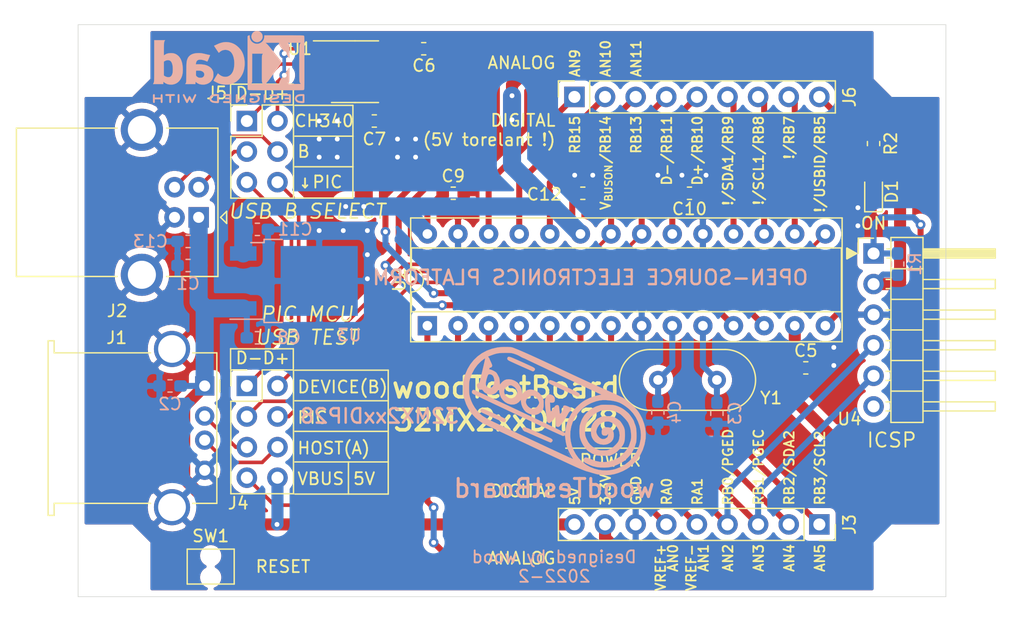
<source format=kicad_pcb>
(kicad_pcb (version 20171130) (host pcbnew "(5.1.6)-1")
  (layers (0 F.Cu signal) (31 B.Cu signal) (34 B.Paste user) (35 F.Paste user) (36 B.SilkS user) (37 F.SilkS user) (38 B.Mask user) (39 F.Mask user) (44 Edge.Cuts user))
  (net 0 "")
  (net 1 GND)
  (net 2 +5V)
  (net 3 "Net-(C3-Pad1)")
  (net 4 "Net-(C4-Pad1)")
  (net 5 +3V3)
  (net 6 "Net-(C10-Pad2)")
  (net 7 "Net-(D1-Pad2)")
  (net 8 "Net-(J1-Pad2)")
  (net 9 "Net-(J1-Pad3)")
  (net 10 "Net-(J2-Pad2)")
  (net 11 "Net-(J2-Pad3)")
  (net 12 /RA0)
  (net 13 /RA1)
  (net 14 /PGED1_RB0)
  (net 15 /PGEC1_RB1)
  (net 16 /RB2)
  (net 17 /RB3)
  (net 18 "Net-(J4-Pad1)")
  (net 19 "Net-(J4-Pad2)")
  (net 20 /D-)
  (net 21 /D+)
  (net 22 /VBUS)
  (net 23 /RB15)
  (net 24 /VBUSON_RB14)
  (net 25 /RB13)
  (net 26 /RB9)
  (net 27 /RB8)
  (net 28 /RB7)
  (net 29 /USBID_RB5)
  (net 30 /MCLR)
  (net 31 "Net-(U1-Pad4)")
  (net 32 /RX_RA4)
  (net 33 /TX_RB4)
  (net 34 "Net-(U4-Pad6)")
  (net 35 "Net-(J5-Pad1)")
  (net 36 "Net-(J5-Pad2)")
  (module Symbol:KiCad-Logo2_5mm_SilkScreen (layer B.Cu) (at 112.5 106 180)
    (fp_text reference REF** hide)
    (fp_text value KiCad-Logo2_5mm_SilkScreen hide)
  )
  (module 0_kicad_wood:logo_woodmark_15_11_mm (layer B.Cu) (at 139.5 134.5 180)
    (fp_text reference G*** hide)
    (fp_text value LOGO hide)
  )
  (module MountingHole:MountingHole_3.2mm_M3 (layer F.Cu) (at 169 105.5)
    (fp_text reference " " (at 0 -4.2) (layer F.SilkS))
    (fp_text value MountingHole_3.2mm_M3)
    (pad 1 np_thru_hole circle (at 0 0) (size 3.2 3.2) (drill 3.2) (layers *.Cu *.Mask))
  )
  (module MountingHole:MountingHole_3.2mm_M3 (layer F.Cu) (at 169 147)
    (fp_text reference " " (at 0 -4.2) (layer F.SilkS))
    (fp_text value MountingHole_3.2mm_M3)
    (pad 1 np_thru_hole circle (at 0 0) (size 3.2 3.2) (drill 3.2) (layers *.Cu *.Mask))
  )
  (module MountingHole:MountingHole_3.2mm_M3 (layer F.Cu) (at 103 147)
    (fp_text reference " " (at 0 -4.2) (layer F.SilkS))
    (fp_text value MountingHole_3.2mm_M3)
    (pad 1 np_thru_hole circle (at 0 0) (size 3.2 3.2) (drill 3.2) (layers *.Cu *.Mask))
  )
  (module MountingHole:MountingHole_3.2mm_M3 (layer F.Cu) (at 103 105.5)
    (fp_text reference " " (at 0 -4.2) (layer F.SilkS))
    (fp_text value MountingHole_3.2mm_M3)
    (pad 1 np_thru_hole circle (at 0 0) (size 3.2 3.2) (drill 3.2) (layers *.Cu *.Mask))
  )
  (module Capacitor_SMD:C_0603_1608Metric_Pad1.05x0.95mm_HandSolder (layer B.Cu) (at 109.125 122.5 180)
    (fp_text reference C1 (at 0 -1.5) (layer B.SilkS) (effects (justify mirror)))
    (fp_text value 0.1u)
    (pad 2 smd roundrect (at 0.875 0 180) (size 1.05 0.95) (layers B.Cu B.Paste B.Mask) (net 1 GND))
    (pad 1 smd roundrect (at -0.875 0 180) (size 1.05 0.95) (layers B.Cu B.Paste B.Mask) (net 2 +5V))
  )
  (module Capacitor_SMD:C_0603_1608Metric_Pad1.05x0.95mm_HandSolder (layer B.Cu) (at 107.625 132.5 180)
    (fp_text reference C2 (at 0 -1.5) (layer B.SilkS) (effects (justify mirror)))
    (fp_text value 0.1u)
    (pad 2 smd roundrect (at 0.875 0 180) (size 1.05 0.95) (layers B.Cu B.Paste B.Mask) (net 1 GND))
    (pad 1 smd roundrect (at -0.875 0 180) (size 1.05 0.95) (layers B.Cu B.Paste B.Mask) (net 2 +5V))
  )
  (module Capacitor_SMD:C_0603_1608Metric_Pad1.05x0.95mm_HandSolder (layer B.Cu) (at 153 134.775 270)
    (fp_text reference C3 (at 0 -1.5 270) (layer B.SilkS) (effects (justify mirror)))
    (fp_text value 22p)
    (pad 1 smd roundrect (at -0.875 0 270) (size 1.05 0.95) (layers B.Cu B.Paste B.Mask) (net 3 "Net-(C3-Pad1)"))
    (pad 2 smd roundrect (at 0.875 0 270) (size 1.05 0.95) (layers B.Cu B.Paste B.Mask) (net 1 GND))
  )
  (module Capacitor_SMD:C_0603_1608Metric_Pad1.05x0.95mm_HandSolder (layer B.Cu) (at 148.1 134.675 270)
    (fp_text reference C4 (at 0 -1.4 270) (layer B.SilkS) (effects (justify mirror)))
    (fp_text value 22p)
    (pad 1 smd roundrect (at -0.875 0 270) (size 1.05 0.95) (layers B.Cu B.Paste B.Mask) (net 4 "Net-(C4-Pad1)"))
    (pad 2 smd roundrect (at 0.875 0 270) (size 1.05 0.95) (layers B.Cu B.Paste B.Mask) (net 1 GND))
  )
  (module Capacitor_SMD:C_0603_1608Metric_Pad1.05x0.95mm_HandSolder (layer F.Cu) (at 160.375 131)
    (fp_text reference C5 (at 0 -1.43) (layer F.SilkS))
    (fp_text value 0.1u)
    (pad 2 smd roundrect (at 0.875 0) (size 1.05 0.95) (layers F.Cu F.Paste F.Mask) (net 1 GND))
    (pad 1 smd roundrect (at -0.875 0) (size 1.05 0.95) (layers F.Cu F.Paste F.Mask) (net 5 +3V3))
  )
  (module Capacitor_SMD:C_0603_1608Metric_Pad1.05x0.95mm_HandSolder (layer F.Cu) (at 128.675 104.5)
    (fp_text reference C6 (at 0.025 1.4) (layer F.SilkS))
    (fp_text value 0.1u)
    (pad 1 smd roundrect (at -0.875 0) (size 1.05 0.95) (layers F.Cu F.Paste F.Mask) (net 5 +3V3))
    (pad 2 smd roundrect (at 0.875 0) (size 1.05 0.95) (layers F.Cu F.Paste F.Mask) (net 1 GND))
  )
  (module Capacitor_SMD:C_0603_1608Metric_Pad1.05x0.95mm_HandSolder (layer F.Cu) (at 124.575 110.5)
    (fp_text reference C7 (at 0 1.5) (layer F.SilkS))
    (fp_text value 0.1u)
    (pad 2 smd roundrect (at 0.875 0) (size 1.05 0.95) (layers F.Cu F.Paste F.Mask) (net 1 GND))
    (pad 1 smd roundrect (at -0.875 0) (size 1.05 0.95) (layers F.Cu F.Paste F.Mask) (net 5 +3V3))
  )
  (module Capacitor_SMD:C_0603_1608Metric_Pad1.05x0.95mm_HandSolder (layer B.Cu) (at 114.875 128.5)
    (fp_text reference C8 (at 2.625 0) (layer B.SilkS) (effects (justify mirror)))
    (fp_text value 0.1u)
    (pad 1 smd roundrect (at -0.875 0) (size 1.05 0.95) (layers B.Cu B.Paste B.Mask) (net 2 +5V))
    (pad 2 smd roundrect (at 0.875 0) (size 1.05 0.95) (layers B.Cu B.Paste B.Mask) (net 1 GND))
  )
  (module Capacitor_SMD:C_0603_1608Metric_Pad1.05x0.95mm_HandSolder (layer F.Cu) (at 131.125 116.5)
    (fp_text reference C9 (at 0 -1.43) (layer F.SilkS))
    (fp_text value 0.1u)
    (pad 1 smd roundrect (at -0.875 0) (size 1.05 0.95) (layers F.Cu F.Paste F.Mask) (net 5 +3V3))
    (pad 2 smd roundrect (at 0.875 0) (size 1.05 0.95) (layers F.Cu F.Paste F.Mask) (net 1 GND))
  )
  (module Capacitor_SMD:C_0603_1608Metric_Pad1.05x0.95mm_HandSolder (layer F.Cu) (at 150.725 116.5 180)
    (fp_text reference C10 (at 0 -1.3) (layer F.SilkS))
    (fp_text value 10u)
    (pad 1 smd roundrect (at -0.875 0 180) (size 1.05 0.95) (layers F.Cu F.Paste F.Mask) (net 1 GND))
    (pad 2 smd roundrect (at 0.875 0 180) (size 1.05 0.95) (layers F.Cu F.Paste F.Mask) (net 6 "Net-(C10-Pad2)"))
  )
  (module Capacitor_SMD:C_0603_1608Metric_Pad1.05x0.95mm_HandSolder (layer B.Cu) (at 114.875 119.5)
    (fp_text reference C11 (at 3.125 0) (layer B.SilkS) (effects (justify mirror)))
    (fp_text value 10u)
    (pad 1 smd roundrect (at -0.875 0) (size 1.05 0.95) (layers B.Cu B.Paste B.Mask) (net 5 +3V3))
    (pad 2 smd roundrect (at 0.875 0) (size 1.05 0.95) (layers B.Cu B.Paste B.Mask) (net 1 GND))
  )
  (module Capacitor_SMD:C_0603_1608Metric_Pad1.05x0.95mm_HandSolder (layer F.Cu) (at 141.875 116.5)
    (fp_text reference C12 (at -3.191 0.086) (layer F.SilkS))
    (fp_text value 0.1u)
    (pad 2 smd roundrect (at 0.875 0) (size 1.05 0.95) (layers F.Cu F.Paste F.Mask) (net 1 GND))
    (pad 1 smd roundrect (at -0.875 0) (size 1.05 0.95) (layers F.Cu F.Paste F.Mask) (net 5 +3V3))
  )
  (module LED_SMD:LED_0603_1608Metric_Pad1.05x0.95mm_HandSolder (layer F.Cu) (at 166 116.375 90)
    (fp_text reference D1 (at 0 1.5 90) (layer F.SilkS))
    (fp_text value LED)
    (pad 1 smd roundrect (at -0.875 0 90) (size 1.05 0.95) (layers F.Cu F.Paste F.Mask) (net 1 GND))
    (pad 2 smd roundrect (at 0.875 0 90) (size 1.05 0.95) (layers F.Cu F.Paste F.Mask) (net 7 "Net-(D1-Pad2)"))
  )
  (module Connector_USB:USB_A_Stewart_SS-52100-001_Horizontal (layer F.Cu) (at 110.5 132.5 270)
    (fp_text reference J1 (at -4 7.3 180) (layer F.SilkS))
    (fp_text value USB_A)
    (pad 5 thru_hole circle (at 10.07 2.71 270) (size 3 3) (drill 2.3) (layers *.Cu *.Mask) (net 1 GND))
    (pad 5 thru_hole circle (at -3.07 2.71 270) (size 3 3) (drill 2.3) (layers *.Cu *.Mask) (net 1 GND))
    (pad 1 thru_hole rect (at 0 0 270) (size 1.6 1.6) (drill 0.92) (layers *.Cu *.Mask) (net 2 +5V))
    (pad 2 thru_hole circle (at 2.5 0 270) (size 1.6 1.6) (drill 0.92) (layers *.Cu *.Mask) (net 8 "Net-(J1-Pad2)"))
    (pad 3 thru_hole circle (at 4.5 0 270) (size 1.6 1.6) (drill 0.92) (layers *.Cu *.Mask) (net 9 "Net-(J1-Pad3)"))
    (pad 4 thru_hole circle (at 7 0 270) (size 1.6 1.6) (drill 0.92) (layers *.Cu *.Mask) (net 1 GND))
  )
  (module Connector_USB:USB_B_OST_USB-B1HSxx_Horizontal (layer F.Cu) (at 110 118.5 180)
    (fp_text reference J2 (at 6.76 -7.77) (layer F.SilkS))
    (fp_text value USB_B)
    (pad 1 thru_hole rect (at 0 0 180) (size 1.7 1.7) (drill 0.92) (layers *.Cu *.Mask) (net 2 +5V))
    (pad 2 thru_hole circle (at 0 2.5 180) (size 1.7 1.7) (drill 0.92) (layers *.Cu *.Mask) (net 10 "Net-(J2-Pad2)"))
    (pad 3 thru_hole circle (at 2 2.5 180) (size 1.7 1.7) (drill 0.92) (layers *.Cu *.Mask) (net 11 "Net-(J2-Pad3)"))
    (pad 4 thru_hole circle (at 2 0 180) (size 1.7 1.7) (drill 0.92) (layers *.Cu *.Mask) (net 1 GND))
    (pad 5 thru_hole circle (at 4.71 -4.77 180) (size 3.5 3.5) (drill 2.33) (layers *.Cu *.Mask) (net 1 GND))
    (pad 5 thru_hole circle (at 4.71 7.27 180) (size 3.5 3.5) (drill 2.33) (layers *.Cu *.Mask) (net 1 GND))
  )
  (module Connector_PinSocket_2.54mm:PinSocket_1x09_P2.54mm_Vertical (layer F.Cu) (at 161.5 144 270)
    (fp_text reference J3 (at 0 -2.5 90) (layer F.SilkS))
    (fp_text value Conn_01x09)
    (pad 9 thru_hole oval (at 0 20.32 270) (size 1.7 1.7) (drill 1) (layers *.Cu *.Mask) (net 2 +5V))
    (pad 8 thru_hole oval (at 0 17.78 270) (size 1.7 1.7) (drill 1) (layers *.Cu *.Mask) (net 5 +3V3))
    (pad 7 thru_hole oval (at 0 15.24 270) (size 1.7 1.7) (drill 1) (layers *.Cu *.Mask) (net 1 GND))
    (pad 6 thru_hole oval (at 0 12.7 270) (size 1.7 1.7) (drill 1) (layers *.Cu *.Mask) (net 12 /RA0))
    (pad 5 thru_hole oval (at 0 10.16 270) (size 1.7 1.7) (drill 1) (layers *.Cu *.Mask) (net 13 /RA1))
    (pad 4 thru_hole oval (at 0 7.62 270) (size 1.7 1.7) (drill 1) (layers *.Cu *.Mask) (net 14 /PGED1_RB0))
    (pad 3 thru_hole oval (at 0 5.08 270) (size 1.7 1.7) (drill 1) (layers *.Cu *.Mask) (net 15 /PGEC1_RB1))
    (pad 2 thru_hole oval (at 0 2.54 270) (size 1.7 1.7) (drill 1) (layers *.Cu *.Mask) (net 16 /RB2))
    (pad 1 thru_hole rect (at 0 0 270) (size 1.7 1.7) (drill 1) (layers *.Cu *.Mask) (net 17 /RB3))
  )
  (module Connector_PinHeader_2.54mm:PinHeader_2x04_P2.54mm_Vertical (layer F.Cu) (at 114 132.5)
    (fp_text reference J4 (at -0.716 9.74) (layer F.SilkS))
    (fp_text value Conn_02x04_Odd_Even)
    (pad 1 thru_hole rect (at 0 0) (size 1.7 1.7) (drill 1) (layers *.Cu *.Mask) (net 18 "Net-(J4-Pad1)"))
    (pad 2 thru_hole oval (at 2.54 0) (size 1.7 1.7) (drill 1) (layers *.Cu *.Mask) (net 19 "Net-(J4-Pad2)"))
    (pad 3 thru_hole oval (at 0 2.54) (size 1.7 1.7) (drill 1) (layers *.Cu *.Mask) (net 20 /D-))
    (pad 4 thru_hole oval (at 2.54 2.54) (size 1.7 1.7) (drill 1) (layers *.Cu *.Mask) (net 21 /D+))
    (pad 5 thru_hole oval (at 0 5.08) (size 1.7 1.7) (drill 1) (layers *.Cu *.Mask) (net 8 "Net-(J1-Pad2)"))
    (pad 6 thru_hole oval (at 2.54 5.08) (size 1.7 1.7) (drill 1) (layers *.Cu *.Mask) (net 9 "Net-(J1-Pad3)"))
    (pad 7 thru_hole oval (at 0 7.62) (size 1.7 1.7) (drill 1) (layers *.Cu *.Mask) (net 22 /VBUS))
    (pad 8 thru_hole oval (at 2.54 7.62) (size 1.7 1.7) (drill 1) (layers *.Cu *.Mask) (net 2 +5V))
  )
  (module Connector_PinHeader_2.54mm:PinHeader_2x03_P2.54mm_Vertical (layer F.Cu) (at 114 110.5)
    (fp_text reference J5 (at -2.5 -2.33) (layer F.SilkS))
    (fp_text value Conn_02x03_Odd_Even)
    (pad 1 thru_hole rect (at 0 0) (size 1.7 1.7) (drill 1) (layers *.Cu *.Mask) (net 35 "Net-(J5-Pad1)"))
    (pad 2 thru_hole oval (at 2.54 0) (size 1.7 1.7) (drill 1) (layers *.Cu *.Mask) (net 36 "Net-(J5-Pad2)"))
    (pad 3 thru_hole oval (at 0 2.54) (size 1.7 1.7) (drill 1) (layers *.Cu *.Mask) (net 10 "Net-(J2-Pad2)"))
    (pad 4 thru_hole oval (at 2.54 2.54) (size 1.7 1.7) (drill 1) (layers *.Cu *.Mask) (net 11 "Net-(J2-Pad3)"))
    (pad 5 thru_hole oval (at 0 5.08) (size 1.7 1.7) (drill 1) (layers *.Cu *.Mask) (net 18 "Net-(J4-Pad1)"))
    (pad 6 thru_hole oval (at 2.54 5.08) (size 1.7 1.7) (drill 1) (layers *.Cu *.Mask) (net 19 "Net-(J4-Pad2)"))
  )
  (module Connector_PinSocket_2.54mm:PinSocket_1x09_P2.54mm_Vertical (layer F.Cu) (at 141.18 108.5 90)
    (fp_text reference J6 (at 0 22.82 90) (layer F.SilkS))
    (fp_text value Conn_01x09)
    (pad 9 thru_hole oval (at 0 20.32 90) (size 1.7 1.7) (drill 1) (layers *.Cu *.Mask) (net 29 /USBID_RB5))
    (pad 8 thru_hole oval (at 0 17.78 90) (size 1.7 1.7) (drill 1) (layers *.Cu *.Mask) (net 28 /RB7))
    (pad 7 thru_hole oval (at 0 15.24 90) (size 1.7 1.7) (drill 1) (layers *.Cu *.Mask) (net 27 /RB8))
    (pad 6 thru_hole oval (at 0 12.7 90) (size 1.7 1.7) (drill 1) (layers *.Cu *.Mask) (net 26 /RB9))
    (pad 5 thru_hole oval (at 0 10.16 90) (size 1.7 1.7) (drill 1) (layers *.Cu *.Mask) (net 21 /D+))
    (pad 4 thru_hole oval (at 0 7.62 90) (size 1.7 1.7) (drill 1) (layers *.Cu *.Mask) (net 20 /D-))
    (pad 3 thru_hole oval (at 0 5.08 90) (size 1.7 1.7) (drill 1) (layers *.Cu *.Mask) (net 25 /RB13))
    (pad 2 thru_hole oval (at 0 2.54 90) (size 1.7 1.7) (drill 1) (layers *.Cu *.Mask) (net 24 /VBUSON_RB14))
    (pad 1 thru_hole rect (at 0 0 90) (size 1.7 1.7) (drill 1) (layers *.Cu *.Mask) (net 23 /RB15))
  )
  (module Resistor_SMD:R_0603_1608Metric_Pad1.05x0.95mm_HandSolder (layer B.Cu) (at 168 122.375 90)
    (fp_text reference R1 (at 0 1.43 270) (layer B.SilkS) (effects (justify mirror)))
    (fp_text value 10k)
    (pad 2 smd roundrect (at 0.875 0 90) (size 1.05 0.95) (layers B.Cu B.Paste B.Mask) (net 30 /MCLR))
    (pad 1 smd roundrect (at -0.875 0 90) (size 1.05 0.95) (layers B.Cu B.Paste B.Mask) (net 5 +3V3))
  )
  (module Resistor_SMD:R_0603_1608Metric_Pad1.05x0.95mm_HandSolder (layer F.Cu) (at 166 112.375 270)
    (fp_text reference R2 (at 0 -1.43 90) (layer F.SilkS))
    (fp_text value 1k)
    (pad 2 smd roundrect (at 0.875 0 270) (size 1.05 0.95) (layers F.Cu F.Paste F.Mask) (net 7 "Net-(D1-Pad2)"))
    (pad 1 smd roundrect (at -0.875 0 270) (size 1.05 0.95) (layers F.Cu F.Paste F.Mask) (net 5 +3V3))
  )
  (module 0_kicad_wood:SW_TVAF06-A020B-R (layer F.Cu) (at 111 147.5)
    (fp_text reference SW1 (at 0 -2.54) (layer F.SilkS))
    (fp_text value SW_Push)
    (pad 1 smd rect (at -2.75 0) (size 1.05 1.6) (layers F.Cu F.Paste F.Mask) (net 1 GND))
    (pad 2 smd rect (at 2.75 0) (size 1.05 1.6) (layers F.Cu F.Paste F.Mask) (net 30 /MCLR))
    (pad "" np_thru_hole circle (at 0 0.9) (size 0.75 0.75) (drill 0.75) (layers *.Cu *.Mask))
    (pad "" np_thru_hole circle (at 0 -0.9) (size 0.75 0.75) (drill 0.75) (layers *.Cu *.Mask))
  )
  (module Package_SO:SOIC-8_3.9x4.9mm_P1.27mm (layer F.Cu) (at 122.975 106.405)
    (fp_text reference U1 (at -4.575 -1.905) (layer F.SilkS))
    (fp_text value CH340N)
    (pad 1 smd roundrect (at -2.475 -1.905) (size 1.95 0.6) (layers F.Cu F.Paste F.Mask) (net 36 "Net-(J5-Pad2)"))
    (pad 2 smd roundrect (at -2.475 -0.635) (size 1.95 0.6) (layers F.Cu F.Paste F.Mask) (net 35 "Net-(J5-Pad1)"))
    (pad 3 smd roundrect (at -2.475 0.635) (size 1.95 0.6) (layers F.Cu F.Paste F.Mask) (net 1 GND))
    (pad 4 smd roundrect (at -2.475 1.905) (size 1.95 0.6) (layers F.Cu F.Paste F.Mask) (net 31 "Net-(U1-Pad4)"))
    (pad 5 smd roundrect (at 2.475 1.905) (size 1.95 0.6) (layers F.Cu F.Paste F.Mask) (net 5 +3V3))
    (pad 6 smd roundrect (at 2.475 0.635) (size 1.95 0.6) (layers F.Cu F.Paste F.Mask) (net 32 /RX_RA4))
    (pad 7 smd roundrect (at 2.475 -0.635) (size 1.95 0.6) (layers F.Cu F.Paste F.Mask) (net 33 /TX_RB4))
    (pad 8 smd roundrect (at 2.475 -1.905) (size 1.95 0.6) (layers F.Cu F.Paste F.Mask) (net 5 +3V3))
  )
  (module Package_DIP:DIP-28_W7.62mm_Socket (layer F.Cu) (at 128.98 127.5 90)
    (fp_text reference U2 (at 3.81 -2.33 90) (layer F.SilkS))
    (fp_text value PIC32MX250F128B-ISP)
    (pad 1 thru_hole rect (at 0 0 90) (size 1.6 1.6) (drill 0.8) (layers *.Cu *.Mask) (net 30 /MCLR))
    (pad 15 thru_hole oval (at 7.62 33.02 90) (size 1.6 1.6) (drill 0.8) (layers *.Cu *.Mask) (net 22 /VBUS))
    (pad 2 thru_hole oval (at 0 2.54 90) (size 1.6 1.6) (drill 0.8) (layers *.Cu *.Mask) (net 12 /RA0))
    (pad 16 thru_hole oval (at 7.62 30.48 90) (size 1.6 1.6) (drill 0.8) (layers *.Cu *.Mask) (net 28 /RB7))
    (pad 3 thru_hole oval (at 0 5.08 90) (size 1.6 1.6) (drill 0.8) (layers *.Cu *.Mask) (net 13 /RA1))
    (pad 17 thru_hole oval (at 7.62 27.94 90) (size 1.6 1.6) (drill 0.8) (layers *.Cu *.Mask) (net 27 /RB8))
    (pad 4 thru_hole oval (at 0 7.62 90) (size 1.6 1.6) (drill 0.8) (layers *.Cu *.Mask) (net 14 /PGED1_RB0))
    (pad 18 thru_hole oval (at 7.62 25.4 90) (size 1.6 1.6) (drill 0.8) (layers *.Cu *.Mask) (net 26 /RB9))
    (pad 5 thru_hole oval (at 0 10.16 90) (size 1.6 1.6) (drill 0.8) (layers *.Cu *.Mask) (net 15 /PGEC1_RB1))
    (pad 19 thru_hole oval (at 7.62 22.86 90) (size 1.6 1.6) (drill 0.8) (layers *.Cu *.Mask) (net 1 GND))
    (pad 6 thru_hole oval (at 0 12.7 90) (size 1.6 1.6) (drill 0.8) (layers *.Cu *.Mask) (net 16 /RB2))
    (pad 20 thru_hole oval (at 7.62 20.32 90) (size 1.6 1.6) (drill 0.8) (layers *.Cu *.Mask) (net 6 "Net-(C10-Pad2)"))
    (pad 7 thru_hole oval (at 0 15.24 90) (size 1.6 1.6) (drill 0.8) (layers *.Cu *.Mask) (net 17 /RB3))
    (pad 21 thru_hole oval (at 7.62 17.78 90) (size 1.6 1.6) (drill 0.8) (layers *.Cu *.Mask) (net 21 /D+))
    (pad 8 thru_hole oval (at 0 17.78 90) (size 1.6 1.6) (drill 0.8) (layers *.Cu *.Mask) (net 1 GND))
    (pad 22 thru_hole oval (at 7.62 15.24 90) (size 1.6 1.6) (drill 0.8) (layers *.Cu *.Mask) (net 20 /D-))
    (pad 9 thru_hole oval (at 0 20.32 90) (size 1.6 1.6) (drill 0.8) (layers *.Cu *.Mask) (net 4 "Net-(C4-Pad1)"))
    (pad 23 thru_hole oval (at 7.62 12.7 90) (size 1.6 1.6) (drill 0.8) (layers *.Cu *.Mask) (net 5 +3V3))
    (pad 10 thru_hole oval (at 0 22.86 90) (size 1.6 1.6) (drill 0.8) (layers *.Cu *.Mask) (net 3 "Net-(C3-Pad1)"))
    (pad 24 thru_hole oval (at 7.62 10.16 90) (size 1.6 1.6) (drill 0.8) (layers *.Cu *.Mask) (net 25 /RB13))
    (pad 11 thru_hole oval (at 0 25.4 90) (size 1.6 1.6) (drill 0.8) (layers *.Cu *.Mask) (net 33 /TX_RB4))
    (pad 25 thru_hole oval (at 7.62 7.62 90) (size 1.6 1.6) (drill 0.8) (layers *.Cu *.Mask) (net 24 /VBUSON_RB14))
    (pad 12 thru_hole oval (at 0 27.94 90) (size 1.6 1.6) (drill 0.8) (layers *.Cu *.Mask) (net 32 /RX_RA4))
    (pad 26 thru_hole oval (at 7.62 5.08 90) (size 1.6 1.6) (drill 0.8) (layers *.Cu *.Mask) (net 23 /RB15))
    (pad 13 thru_hole oval (at 0 30.48 90) (size 1.6 1.6) (drill 0.8) (layers *.Cu *.Mask) (net 5 +3V3))
    (pad 27 thru_hole oval (at 7.62 2.54 90) (size 1.6 1.6) (drill 0.8) (layers *.Cu *.Mask) (net 1 GND))
    (pad 14 thru_hole oval (at 0 33.02 90) (size 1.6 1.6) (drill 0.8) (layers *.Cu *.Mask) (net 29 /USBID_RB5))
    (pad 28 thru_hole oval (at 7.62 0 90) (size 1.6 1.6) (drill 0.8) (layers *.Cu *.Mask) (net 5 +3V3))
  )
  (module Package_TO_SOT_SMD:TO-252-2 (layer B.Cu) (at 117.9 123.78)
    (fp_text reference U3 (at 4.6 4.5) (layer B.SilkS) (effects (justify mirror)))
    (fp_text value NJM2845DL1-33)
    (pad 1 smd rect (at -4.2 2.28) (size 2.2 1.2) (layers B.Cu B.Paste B.Mask) (net 2 +5V))
    (pad 3 smd rect (at -4.2 -2.28) (size 2.2 1.2) (layers B.Cu B.Paste B.Mask) (net 5 +3V3))
    (pad 2 smd rect (at 2.1 0) (size 6.4 5.8) (layers B.Cu B.Mask) (net 1 GND))
  )
  (module Connector_PinHeader_2.54mm:PinHeader_1x06_P2.54mm_Horizontal (layer F.Cu) (at 166 121.5)
    (fp_text reference U4 (at -2 13.75) (layer F.SilkS))
    (fp_text value PICkit3)
    (pad 1 thru_hole rect (at 0 0) (size 1.7 1.7) (drill 1) (layers *.Cu *.Mask) (net 30 /MCLR))
    (pad 2 thru_hole oval (at 0 2.54) (size 1.7 1.7) (drill 1) (layers *.Cu *.Mask) (net 5 +3V3))
    (pad 3 thru_hole oval (at 0 5.08) (size 1.7 1.7) (drill 1) (layers *.Cu *.Mask) (net 1 GND))
    (pad 4 thru_hole oval (at 0 7.62) (size 1.7 1.7) (drill 1) (layers *.Cu *.Mask) (net 14 /PGED1_RB0))
    (pad 5 thru_hole oval (at 0 10.16) (size 1.7 1.7) (drill 1) (layers *.Cu *.Mask) (net 15 /PGEC1_RB1))
    (pad 6 thru_hole oval (at 0 12.7) (size 1.7 1.7) (drill 1) (layers *.Cu *.Mask) (net 34 "Net-(U4-Pad6)"))
  )
  (module Crystal:Crystal_HC49-U_Vertical (layer F.Cu) (at 153 132 180)
    (fp_text reference Y1 (at -4.5 -1.5) (layer F.SilkS))
    (fp_text value Crystal)
    (pad 1 thru_hole circle (at 0 0 180) (size 1.5 1.5) (drill 0.8) (layers *.Cu *.Mask) (net 3 "Net-(C3-Pad1)"))
    (pad 2 thru_hole circle (at 4.88 0 180) (size 1.5 1.5) (drill 0.8) (layers *.Cu *.Mask) (net 4 "Net-(C4-Pad1)"))
  )
  (module Capacitor_SMD:C_0603_1608Metric_Pad1.05x0.95mm_HandSolder (layer B.Cu) (at 109.125 120.5 180)
    (fp_text reference C13 (at 3.125 0) (layer B.SilkS) (effects (justify mirror)))
    (fp_text value 10u)
    (pad 1 smd roundrect (at -0.875 0 180) (size 1.05 0.95) (layers B.Cu B.Paste B.Mask) (net 2 +5V))
    (pad 2 smd roundrect (at 0.875 0 180) (size 1.05 0.95) (layers B.Cu B.Paste B.Mask) (net 1 GND))
  )
  (gr_text RESET (at 117 147.5) (layer F.SilkS) (effects (font (size 1 1))))
  (gr_text "USB B SELECT" (at 119 118) (layer F.SilkS) (effects (font (size 1.2 1.2) (thickness 0.15) italic)))
  (gr_text "Designed by wood\n2022-2" (at 139.5 147.5) (layer B.SilkS) (effects (font (size 1 1)) (justify mirror)))
  (gr_text "OPEN-SOURCE ELECTRONICS PLATFORM" (at 142.5 123.5) (layer B.SilkS) (effects (font (size 1.2 1.2) (thickness 0.2)) (justify mirror)))
  (gr_text 32MX2xxDIP28 (at 125 135) (layer B.SilkS) (effects (font (size 1.2 1.2) (thickness 0.2)) (justify mirror)))
  (gr_text woodTestBoard (at 139.5 141) (layer B.SilkS) (effects (font (size 1.5 1.5) (thickness 0.25)) (justify mirror)))
  (gr_text ICSP (at 167.5 137) (layer F.SilkS) (effects (font (size 1.2 1.2))))
  (gr_text ▲ (at 164.25 121.5 270) (layer F.SilkS) (effects (font (size 1 1))))
  (gr_text ON (at 166 119) (layer F.SilkS) (effects (font (size 1 1))))
  (gr_text "PIC MCU\nUSB TEST" (at 119 127.5) (layer F.SilkS) (effects (font (size 1.2 1.2) (thickness 0.15) italic)))
  (gr_line (start 117.983 114.3) (end 122.809 114.3) (layer F.SilkS) (width 0.12))
  (gr_line (start 117.983 111.76) (end 122.809 111.76) (layer F.SilkS) (width 0.12))
  (gr_line (start 122.8 116.9) (end 118 116.9) (layer F.SilkS) (width 0.12))
  (gr_line (start 122.8 109.2) (end 122.8 116.9) (layer F.SilkS) (width 0.12))
  (gr_line (start 118 109.2) (end 122.8 109.2) (layer F.SilkS) (width 0.12))
  (gr_line (start 117.856 107.442) (end 117.856 109.093) (layer F.SilkS) (width 0.12))
  (gr_line (start 112.649 107.442) (end 117.856 107.442) (layer F.SilkS) (width 0.12))
  (gr_line (start 112.649 109.093) (end 112.649 107.442) (layer F.SilkS) (width 0.12))
  (gr_line (start 117.856 129.413) (end 117.856 131.064) (layer F.SilkS) (width 0.12))
  (gr_line (start 112.649 129.413) (end 117.856 129.413) (layer F.SilkS) (width 0.12))
  (gr_line (start 112.649 131.064) (end 112.649 129.413) (layer F.SilkS) (width 0.12))
  (gr_text D-D+ (at 115.316 130.175) (layer F.SilkS) (effects (font (size 1 1))))
  (gr_line (start 122.428 138.811) (end 122.428 141.478) (layer F.SilkS) (width 0.12))
  (gr_line (start 117.983 138.811) (end 125.73 138.811) (layer F.SilkS) (width 0.12))
  (gr_line (start 117.983 136.271) (end 125.73 136.271) (layer F.SilkS) (width 0.12))
  (gr_line (start 117.983 133.731) (end 125.73 133.731) (layer F.SilkS) (width 0.12))
  (gr_line (start 125.73 141.478) (end 117.983 141.478) (layer F.SilkS) (width 0.12))
  (gr_line (start 125.73 131.191) (end 125.73 141.478) (layer F.SilkS) (width 0.12))
  (gr_line (start 117.983 131.191) (end 125.73 131.191) (layer F.SilkS) (width 0.12))
  (gr_text "VBUS 5V" (at 118.11 140.208) (layer F.SilkS) (effects (font (size 1 1)) (justify left)))
  (gr_text "HOST(A)" (at 118.11 137.668) (layer F.SilkS) (effects (font (size 1 1)) (justify left)))
  (gr_text PIC (at 118.11 135.128) (layer F.SilkS) (effects (font (size 1 1)) (justify left)))
  (gr_text "DEVICE(B)" (at 118.11 132.588) (layer F.SilkS) (effects (font (size 1 1)) (justify left)))
  (gr_text ↓PIC (at 118.11 115.57) (layer F.SilkS) (effects (font (size 1 1)) (justify left)))
  (gr_text B (at 118.11 113.03) (layer F.SilkS) (effects (font (size 1 1)) (justify left)))
  (gr_text CH340 (at 117.856 110.49) (layer F.SilkS) (effects (font (size 1 1)) (justify left)))
  (gr_text D-D+ (at 115.316 108.204) (layer F.SilkS) (effects (font (size 1 1))))
  (gr_text "woodTestBoard\n32MX2xxDIP28" (at 135.5 134) (layer F.SilkS) (effects (font (size 1.7 1.7) (thickness 0.3))))
  (gr_text "DIGITAL\n(5V torelant !)" (at 139.7 111.252) (layer F.SilkS) (effects (font (size 1 1)) (justify right)))
  (gr_text DIGITAL (at 139.7 141.224) (layer F.SilkS) (effects (font (size 1 1)) (justify right)))
  (gr_text ANALOG (at 139.7 146.812) (layer F.SilkS) (effects (font (size 1 1)) (justify right)))
  (gr_text ANALOG (at 139.7 105.664) (layer F.SilkS) (effects (font (size 1 1)) (justify right)))
  (gr_text AN9 (at 141.224 106.934 90) (layer F.SilkS) (effects (font (size 0.8 0.8)) (justify left)))
  (gr_text AN10 (at 143.764 106.934 90) (layer F.SilkS) (effects (font (size 0.8 0.8)) (justify left)))
  (gr_text AN11 (at 146.304 106.934 90) (layer F.SilkS) (effects (font (size 0.8 0.8)) (justify left)))
  (gr_text AN5 (at 161.544 145.542 90) (layer F.SilkS) (effects (font (size 0.8 0.8)) (justify right)))
  (gr_text AN4 (at 159.004 145.542 90) (layer F.SilkS) (effects (font (size 0.8 0.8)) (justify right)))
  (gr_text AN3 (at 156.464 145.542 90) (layer F.SilkS) (effects (font (size 0.8 0.8)) (justify right)))
  (gr_text AN2 (at 153.924 145.542 90) (layer F.SilkS) (effects (font (size 0.8 0.8)) (justify right)))
  (gr_text VREF- (at 150.876 145.542 90) (layer F.SilkS) (effects (font (size 0.8 0.8)) (justify right)))
  (gr_text AN1 (at 151.892 145.542 90) (layer F.SilkS) (effects (font (size 0.8 0.8)) (justify right)))
  (gr_text VREF+ (at 148.336 145.542 90) (layer F.SilkS) (effects (font (size 0.8 0.8)) (justify right)))
  (gr_text AN0 (at 149.352 145.542 90) (layer F.SilkS) (effects (font (size 0.8 0.8)) (justify right)))
  (gr_line (start 146.558 137.668) (end 140.462 137.668) (layer F.SilkS) (width 0.12))
  (gr_text POWER (at 146.812 138.684) (layer F.SilkS) (effects (font (size 1 1)) (justify right)))
  (gr_text !/USBID/RB5 (at 161.544 109.982 90) (layer F.SilkS) (effects (font (size 0.8 0.8)) (justify right)))
  (gr_text !/RB7 (at 159.004 109.982 90) (layer F.SilkS) (effects (font (size 0.8 0.8)) (justify right)))
  (gr_text !/SCL1/RB8 (at 156.464 109.982 90) (layer F.SilkS) (effects (font (size 0.8 0.8)) (justify right)))
  (gr_text V (at 143.764 117.094 90) (layer F.SilkS) (effects (font (size 0.8 0.8)) (justify right)))
  (gr_text /RB14 (at 143.764 109.982 90) (layer F.SilkS) (effects (font (size 0.8 0.8)) (justify right)))
  (gr_text !/SDA1/RB9 (at 153.924 109.982 90) (layer F.SilkS) (effects (font (size 0.8 0.8)) (justify right)))
  (gr_text D+/RB10 (at 151.384 109.982 90) (layer F.SilkS) (effects (font (size 0.8 0.8)) (justify right)))
  (gr_text D-/RB11 (at 148.844 109.982 90) (layer F.SilkS) (effects (font (size 0.8 0.8)) (justify right)))
  (gr_text RB13 (at 146.304 109.982 90) (layer F.SilkS) (effects (font (size 0.8 0.8)) (justify right)))
  (gr_text BUSON (at 144.018 114.046 90) (layer F.SilkS) (effects (font (size 0.6 0.6) (thickness 0.12)) (justify right)))
  (gr_text RB15 (at 141.224 109.982 90) (layer F.SilkS) (effects (font (size 0.8 0.8)) (justify right)))
  (gr_text RB3/SCL2 (at 161.544 142.494 90) (layer F.SilkS) (effects (font (size 0.8 0.8)) (justify left)))
  (gr_text RB2/SDA2 (at 159.004 142.494 90) (layer F.SilkS) (effects (font (size 0.8 0.8)) (justify left)))
  (gr_text RB1/PGEC (at 156.464 142.494 90) (layer F.SilkS) (effects (font (size 0.8 0.8)) (justify left)))
  (gr_text RB0/PGED (at 153.924 142.494 90) (layer F.SilkS) (effects (font (size 0.8 0.8)) (justify left)))
  (gr_text RA1 (at 151.384 142.494 90) (layer F.SilkS) (effects (font (size 0.8 0.8)) (justify left)))
  (gr_text RA0 (at 148.844 142.494 90) (layer F.SilkS) (effects (font (size 0.8 0.8)) (justify left)))
  (gr_text GND (at 146.304 142.494 90) (layer F.SilkS) (effects (font (size 0.8 0.8)) (justify left)))
  (gr_text 3.3V (at 143.764 142.494 90) (layer F.SilkS) (effects (font (size 0.8 0.8)) (justify left)))
  (gr_text 5V (at 141.224 142.494 90) (layer F.SilkS) (effects (font (size 0.8 0.8)) (justify left)))
  (gr_line (start 100 102.5) (end 100 150) (layer Edge.Cuts) (width 0.05))
  (gr_line (start 172 102.5) (end 100 102.5) (layer Edge.Cuts) (width 0.05))
  (gr_line (start 172 150) (end 172 102.5) (layer Edge.Cuts) (width 0.05))
  (gr_line (start 100 150) (end 172 150) (layer Edge.Cuts) (width 0.05))
  (segment (start 125.45 110.5) (end 127.5 110.5) (width 0.3) (layer F.Cu) (net 1))
  (segment (start 127.5 110.5) (end 128 111) (width 0.3) (layer F.Cu) (net 1))
  (via (at 128 112) (size 0.8) (drill 0.4) (layers F.Cu B.Cu) (net 1))
  (segment (start 128 111) (end 128 112) (width 0.3) (layer F.Cu) (net 1))
  (via (at 128 113.5) (size 0.8) (drill 0.4) (layers F.Cu B.Cu) (net 1))
  (segment (start 128 112) (end 128 113.5) (width 0.3) (layer B.Cu) (net 1))
  (via (at 126.5 113.5) (size 0.8) (drill 0.4) (layers F.Cu B.Cu) (net 1))
  (segment (start 128 113.5) (end 126.5 113.5) (width 0.3) (layer F.Cu) (net 1))
  (via (at 126.5 112) (size 0.8) (drill 0.4) (layers F.Cu B.Cu) (net 1))
  (segment (start 126.5 113.5) (end 126.5 112) (width 0.3) (layer B.Cu) (net 1))
  (segment (start 120.5 107.04) (end 122.04 107.04) (width 0.3) (layer F.Cu) (net 1))
  (segment (start 122.04 107.04) (end 122.5 107.5) (width 0.3) (layer F.Cu) (net 1))
  (via (at 121.5 110.5) (size 0.8) (drill 0.4) (layers F.Cu B.Cu) (net 1))
  (segment (start 122.5 107.5) (end 122.5 109.5) (width 0.3) (layer F.Cu) (net 1))
  (segment (start 122.5 109.5) (end 121.5 110.5) (width 0.3) (layer F.Cu) (net 1))
  (via (at 121.5 112) (size 0.8) (drill 0.4) (layers F.Cu B.Cu) (net 1))
  (segment (start 121.5 110.5) (end 121.5 112) (width 0.3) (layer B.Cu) (net 1))
  (via (at 121.5 113.5) (size 0.8) (drill 0.4) (layers F.Cu B.Cu) (net 1))
  (segment (start 121.5 112) (end 121.5 113.5) (width 0.3) (layer F.Cu) (net 1))
  (via (at 120 113.5) (size 0.8) (drill 0.4) (layers F.Cu B.Cu) (net 1))
  (segment (start 121.5 113.5) (end 120 113.5) (width 0.3) (layer B.Cu) (net 1))
  (via (at 120 112) (size 0.8) (drill 0.4) (layers F.Cu B.Cu) (net 1))
  (segment (start 120 113.5) (end 120 112) (width 0.3) (layer F.Cu) (net 1))
  (via (at 120 110.5) (size 0.8) (drill 0.4) (layers F.Cu B.Cu) (net 1))
  (segment (start 120 112) (end 120 110.5) (width 0.3) (layer B.Cu) (net 1))
  (via (at 164.7 117.7) (size 0.8) (drill 0.4) (layers F.Cu B.Cu) (net 1))
  (segment (start 166 117.25) (end 165.15 117.25) (width 0.3) (layer F.Cu) (net 1))
  (segment (start 165.15 117.25) (end 164.7 117.7) (width 0.3) (layer F.Cu) (net 1))
  (via (at 164.7 119.2) (size 0.8) (drill 0.4) (layers F.Cu B.Cu) (net 1))
  (segment (start 164.7 117.7) (end 164.7 119.2) (width 0.3) (layer B.Cu) (net 1))
  (segment (start 161.25 131) (end 162.5 131) (width 0.3) (layer F.Cu) (net 1))
  (via (at 162.7 130.8) (size 0.8) (drill 0.4) (layers F.Cu B.Cu) (net 1))
  (segment (start 162.5 131) (end 162.7 130.8) (width 0.3) (layer F.Cu) (net 1))
  (via (at 162.7 129.3) (size 0.8) (drill 0.4) (layers F.Cu B.Cu) (net 1))
  (segment (start 162.7 130.8) (end 162.7 129.3) (width 0.3) (layer B.Cu) (net 1))
  (via (at 150.1 115) (size 0.8) (drill 0.4) (layers F.Cu B.Cu) (net 1))
  (via (at 142.7 115) (size 0.8) (drill 0.4) (layers F.Cu B.Cu) (net 1))
  (segment (start 142.75 116.5) (end 142.75 115.05) (width 0.3) (layer F.Cu) (net 1))
  (segment (start 142.75 115.05) (end 142.7 115) (width 0.3) (layer F.Cu) (net 1))
  (via (at 141.2 115) (size 0.8) (drill 0.4) (layers F.Cu B.Cu) (net 1))
  (segment (start 142.7 115) (end 141.2 115) (width 0.3) (layer B.Cu) (net 1))
  (via (at 120 119.6) (size 0.8) (drill 0.4) (layers F.Cu B.Cu) (net 1))
  (segment (start 120 123.78) (end 120 119.6) (width 0.3) (layer B.Cu) (net 1))
  (via (at 122 119.6) (size 0.8) (drill 0.4) (layers F.Cu B.Cu) (net 1))
  (segment (start 120 119.6) (end 122 119.6) (width 0.3) (layer F.Cu) (net 1))
  (via (at 124 119.6) (size 0.8) (drill 0.4) (layers F.Cu B.Cu) (net 1))
  (segment (start 122 119.6) (end 124 119.6) (width 0.3) (layer B.Cu) (net 1))
  (via (at 124 121.6) (size 0.8) (drill 0.4) (layers F.Cu B.Cu) (net 1))
  (segment (start 124 119.6) (end 124 121.6) (width 0.3) (layer F.Cu) (net 1))
  (via (at 124 123.6) (size 0.8) (drill 0.4) (layers F.Cu B.Cu) (net 1))
  (segment (start 124 121.6) (end 124 123.6) (width 0.3) (layer B.Cu) (net 1))
  (segment (start 150.1 115) (end 148.1 115) (width 0.3) (layer F.Cu) (net 1))
  (via (at 148.1 115) (size 0.8) (drill 0.4) (layers F.Cu B.Cu) (net 1))
  (segment (start 152.1 115) (end 150.1 115) (width 0.3) (layer B.Cu) (net 1))
  (via (at 152.1 115) (size 0.8) (drill 0.4) (layers F.Cu B.Cu) (net 1))
  (segment (start 151.6 116.5) (end 151.6 115.7) (width 0.3) (layer F.Cu) (net 1))
  (segment (start 152.1 115.2) (end 152.1 115) (width 0.3) (layer F.Cu) (net 1))
  (segment (start 151.6 115.7) (end 152.1 115.2) (width 0.3) (layer F.Cu) (net 1))
  (segment (start 110.56 126.06) (end 113.7 126.06) (width 1.5) (layer B.Cu) (net 2))
  (segment (start 110 125.5) (end 110.56 126.06) (width 1.5) (layer B.Cu) (net 2))
  (segment (start 114 126.36) (end 113.7 126.06) (width 0.5) (layer B.Cu) (net 2))
  (segment (start 114 128.5) (end 114 126.36) (width 0.5) (layer B.Cu) (net 2))
  (segment (start 110 118.5) (end 110 120.5) (width 1.5) (layer B.Cu) (net 2))
  (segment (start 110 122.5) (end 110 120.5) (width 1.5) (layer B.Cu) (net 2))
  (segment (start 110 122.5) (end 110 125.5) (width 1.5) (layer B.Cu) (net 2))
  (segment (start 110.5 126) (end 110 125.5) (width 1.5) (layer B.Cu) (net 2))
  (segment (start 110.5 132.5) (end 110.5 126) (width 1.5) (layer B.Cu) (net 2))
  (segment (start 110.5 132.5) (end 108.8 134.2) (width 1) (layer F.Cu) (net 2))
  (segment (start 108.8 134.2) (end 108.8 140.2) (width 1) (layer F.Cu) (net 2))
  (segment (start 108.8 140.2) (end 112.6 144) (width 1) (layer F.Cu) (net 2))
  (via (at 116.5 144) (size 0.8) (drill 0.4) (layers F.Cu B.Cu) (net 2))
  (segment (start 116.54 140.12) (end 116.54 143.96) (width 1) (layer B.Cu) (net 2))
  (segment (start 112.6 144) (end 116.5 144) (width 1) (layer F.Cu) (net 2))
  (segment (start 116.54 143.96) (end 116.5 144) (width 1) (layer B.Cu) (net 2))
  (segment (start 116.5 144) (end 141.18 144) (width 1) (layer F.Cu) (net 2))
  (segment (start 108.5 132.5) (end 110.5 132.5) (width 0.5) (layer B.Cu) (net 2))
  (segment (start 153 132) (end 153 133.9) (width 0.5) (layer B.Cu) (net 3))
  (segment (start 151.84 130.84) (end 153 132) (width 0.5) (layer B.Cu) (net 3))
  (segment (start 151.84 127.5) (end 151.84 130.84) (width 0.5) (layer B.Cu) (net 3))
  (segment (start 148.12 133.78) (end 148.1 133.8) (width 0.5) (layer B.Cu) (net 4))
  (segment (start 148.12 132) (end 148.12 133.78) (width 0.5) (layer B.Cu) (net 4))
  (segment (start 149.3 130.82) (end 148.12 132) (width 0.5) (layer B.Cu) (net 4))
  (segment (start 149.3 127.5) (end 149.3 130.82) (width 0.5) (layer B.Cu) (net 4))
  (segment (start 113.7 121.5) (end 113.7 118.3) (width 1.5) (layer B.Cu) (net 5))
  (segment (start 113.7 118.3) (end 114.4 117.6) (width 1.5) (layer B.Cu) (net 5))
  (segment (start 126.7 117.6) (end 128.98 119.88) (width 1.5) (layer B.Cu) (net 5))
  (segment (start 139.4 117.6) (end 126.7 117.6) (width 1.5) (layer B.Cu) (net 5))
  (segment (start 141.68 119.88) (end 139.4 117.6) (width 1.5) (layer B.Cu) (net 5))
  (segment (start 123.7 117.6) (end 126.7 117.6) (width 1.5) (layer B.Cu) (net 5))
  (segment (start 114.4 117.6) (end 122.2 117.6) (width 1.5) (layer B.Cu) (net 5))
  (segment (start 122.2 117.6) (end 123.7 117.6) (width 1.5) (layer B.Cu) (net 5))
  (via (at 123.7 117.6) (size 0.8) (drill 0.4) (layers F.Cu B.Cu) (net 5))
  (via (at 122.2 117.6) (size 0.8) (drill 0.4) (layers F.Cu B.Cu) (net 5))
  (segment (start 123.7 117.6) (end 122.2 117.6) (width 1.5) (layer F.Cu) (net 5))
  (segment (start 128.98 117.77) (end 130.25 116.5) (width 0.5) (layer F.Cu) (net 5))
  (segment (start 128.98 119.88) (end 128.98 117.77) (width 0.5) (layer F.Cu) (net 5))
  (segment (start 143.72 144) (end 143.72 145.12) (width 1) (layer F.Cu) (net 5))
  (segment (start 143.72 145.12) (end 144.6 146) (width 1) (layer F.Cu) (net 5))
  (segment (start 144.6 146) (end 162.7 146) (width 1) (layer F.Cu) (net 5))
  (segment (start 162.7 146) (end 168.2 140.5) (width 1) (layer F.Cu) (net 5))
  (segment (start 168.2 111.2) (end 163.2 106.2) (width 1) (layer F.Cu) (net 5))
  (segment (start 139.4 117.6) (end 137.4 115.6) (width 1.5) (layer B.Cu) (net 5))
  (via (at 136 108.4) (size 0.8) (drill 0.4) (layers F.Cu B.Cu) (net 5))
  (segment (start 137.4 115.6) (end 136 114.2) (width 1.5) (layer B.Cu) (net 5))
  (segment (start 136 108.4) (end 136 107.5) (width 1) (layer F.Cu) (net 5))
  (segment (start 136 107.5) (end 137.3 106.2) (width 1) (layer F.Cu) (net 5))
  (segment (start 137.3 106.2) (end 163.2 106.2) (width 1) (layer F.Cu) (net 5))
  (segment (start 136 108.4) (end 136 110.4) (width 1) (layer F.Cu) (net 5))
  (segment (start 136 114.2) (end 136 110.4) (width 1.5) (layer B.Cu) (net 5))
  (via (at 136 110.4) (size 0.8) (drill 0.4) (layers F.Cu B.Cu) (net 5))
  (segment (start 136 110.4) (end 136 108.4) (width 1.5) (layer B.Cu) (net 5))
  (segment (start 166 124.04) (end 168.06 124.04) (width 1) (layer F.Cu) (net 5))
  (segment (start 168.06 124.04) (end 168.2 123.9) (width 1) (layer F.Cu) (net 5))
  (segment (start 168.2 123.9) (end 168.2 111.2) (width 1) (layer F.Cu) (net 5))
  (segment (start 159.46 130.96) (end 159.5 131) (width 1) (layer F.Cu) (net 5))
  (segment (start 159.46 127.5) (end 159.46 130.96) (width 1) (layer F.Cu) (net 5))
  (segment (start 159.5 131) (end 159.5 133.7) (width 1) (layer F.Cu) (net 5))
  (segment (start 159.5 133.7) (end 162.5 136.7) (width 1) (layer F.Cu) (net 5))
  (segment (start 162.5 136.7) (end 166.2 136.7) (width 1) (layer F.Cu) (net 5))
  (segment (start 168.2 134.7) (end 168.2 133.1) (width 1) (layer F.Cu) (net 5))
  (segment (start 166.2 136.7) (end 168.2 134.7) (width 1) (layer F.Cu) (net 5))
  (segment (start 168.2 140.5) (end 168.2 133.1) (width 1) (layer F.Cu) (net 5))
  (segment (start 168.2 133.1) (end 168.2 123.9) (width 1) (layer F.Cu) (net 5))
  (segment (start 166.79 123.25) (end 166 124.04) (width 0.5) (layer B.Cu) (net 5))
  (segment (start 168 123.25) (end 166.79 123.25) (width 0.5) (layer B.Cu) (net 5))
  (segment (start 123.7 112.1) (end 123.7 117.6) (width 1.5) (layer F.Cu) (net 5))
  (segment (start 123.7 112.1) (end 123.7 110.5) (width 0.5) (layer F.Cu) (net 5))
  (segment (start 124 104.5) (end 123.7 104.8) (width 0.5) (layer F.Cu) (net 5))
  (segment (start 125.45 104.5) (end 124 104.5) (width 0.5) (layer F.Cu) (net 5))
  (segment (start 123.71 108.31) (end 123.7 108.3) (width 0.5) (layer F.Cu) (net 5))
  (segment (start 123.7 110.5) (end 123.7 108.3) (width 0.5) (layer F.Cu) (net 5))
  (segment (start 125.45 108.31) (end 123.71 108.31) (width 0.5) (layer F.Cu) (net 5))
  (segment (start 123.7 108.3) (end 123.7 104.8) (width 0.5) (layer F.Cu) (net 5))
  (segment (start 127.8 104.5) (end 125.45 104.5) (width 0.5) (layer F.Cu) (net 5))
  (segment (start 167.9 111.5) (end 168.2 111.2) (width 0.3) (layer F.Cu) (net 5))
  (segment (start 166 111.5) (end 167.9 111.5) (width 0.3) (layer F.Cu) (net 5))
  (segment (start 141 119.2) (end 141.68 119.88) (width 0.5) (layer F.Cu) (net 5))
  (segment (start 141 116.5) (end 141 119.2) (width 0.5) (layer F.Cu) (net 5))
  (segment (start 149.3 117.05) (end 149.85 116.5) (width 0.5) (layer F.Cu) (net 6))
  (segment (start 149.3 119.88) (end 149.3 117.05) (width 0.5) (layer F.Cu) (net 6))
  (segment (start 166 113.25) (end 166 115.5) (width 0.3) (layer F.Cu) (net 7))
  (segment (start 113.08 137.58) (end 114 137.58) (width 0.3) (layer F.Cu) (net 8))
  (segment (start 110.5 135) (end 113.08 137.58) (width 0.3) (layer F.Cu) (net 8))
  (segment (start 110.5 137) (end 112.35 138.85) (width 0.3) (layer F.Cu) (net 9))
  (segment (start 115.27 138.85) (end 116.54 137.58) (width 0.3) (layer F.Cu) (net 9))
  (segment (start 112.35 138.85) (end 115.27 138.85) (width 0.3) (layer F.Cu) (net 9))
  (segment (start 112.96 113.04) (end 114 113.04) (width 0.3) (layer F.Cu) (net 10))
  (segment (start 110 116) (end 112.96 113.04) (width 0.3) (layer F.Cu) (net 10))
  (segment (start 108 116) (end 112.225 111.775) (width 0.3) (layer F.Cu) (net 11))
  (segment (start 115.275 111.775) (end 116.54 113.04) (width 0.3) (layer F.Cu) (net 11))
  (segment (start 112.225 111.775) (end 115.275 111.775) (width 0.3) (layer F.Cu) (net 11))
  (segment (start 131.52 127.5) (end 131.52 136.12) (width 0.5) (layer F.Cu) (net 12))
  (segment (start 131.52 136.12) (end 137.8 142.4) (width 0.5) (layer F.Cu) (net 12))
  (segment (start 147.2 142.4) (end 148.8 144) (width 0.5) (layer F.Cu) (net 12))
  (segment (start 137.8 142.4) (end 147.2 142.4) (width 0.5) (layer F.Cu) (net 12))
  (segment (start 134.06 127.5) (end 134.06 137.16) (width 0.5) (layer F.Cu) (net 13))
  (segment (start 134.06 137.16) (end 138.3 141.4) (width 0.5) (layer F.Cu) (net 13))
  (segment (start 148.74 141.4) (end 151.34 144) (width 0.5) (layer F.Cu) (net 13))
  (segment (start 138.3 141.4) (end 148.74 141.4) (width 0.5) (layer F.Cu) (net 13))
  (segment (start 136.6 127.5) (end 136.6 138.2) (width 0.5) (layer F.Cu) (net 14))
  (segment (start 136.6 138.2) (end 138.8 140.4) (width 0.5) (layer F.Cu) (net 14))
  (segment (start 150.28 140.4) (end 153.88 144) (width 0.5) (layer F.Cu) (net 14))
  (segment (start 138.8 140.4) (end 150.28 140.4) (width 0.5) (layer F.Cu) (net 14))
  (segment (start 153.88 141.24) (end 153.88 144) (width 0.5) (layer B.Cu) (net 14))
  (segment (start 166 129.12) (end 153.88 141.24) (width 0.5) (layer B.Cu) (net 14))
  (segment (start 139.14 127.5) (end 139.14 138.74) (width 0.5) (layer F.Cu) (net 15))
  (segment (start 139.14 138.74) (end 139.8 139.4) (width 0.5) (layer F.Cu) (net 15))
  (segment (start 151.82 139.4) (end 156.42 144) (width 0.5) (layer F.Cu) (net 15))
  (segment (start 139.8 139.4) (end 151.82 139.4) (width 0.5) (layer F.Cu) (net 15))
  (segment (start 156.42 141.24) (end 156.42 144) (width 0.5) (layer B.Cu) (net 15))
  (segment (start 166 131.66) (end 156.42 141.24) (width 0.5) (layer B.Cu) (net 15))
  (segment (start 141.68 127.5) (end 141.68 137.38) (width 0.5) (layer F.Cu) (net 16))
  (segment (start 141.68 137.38) (end 142.7 138.4) (width 0.5) (layer F.Cu) (net 16))
  (segment (start 153.36 138.4) (end 158.96 144) (width 0.5) (layer F.Cu) (net 16))
  (segment (start 142.7 138.4) (end 153.36 138.4) (width 0.5) (layer F.Cu) (net 16))
  (segment (start 144.22 127.5) (end 144.22 136.32) (width 0.5) (layer F.Cu) (net 17))
  (segment (start 144.22 136.32) (end 145.3 137.4) (width 0.5) (layer F.Cu) (net 17))
  (segment (start 154.9 137.4) (end 161.5 144) (width 0.5) (layer F.Cu) (net 17))
  (segment (start 145.3 137.4) (end 154.9 137.4) (width 0.5) (layer F.Cu) (net 17))
  (segment (start 114 115.58) (end 117.7 119.28) (width 0.3) (layer F.Cu) (net 18))
  (segment (start 117.7 128.8) (end 114 132.5) (width 0.3) (layer F.Cu) (net 18))
  (segment (start 117.7 119.28) (end 117.7 128.8) (width 0.3) (layer F.Cu) (net 18))
  (segment (start 116.54 115.58) (end 118.3 117.34) (width 0.3) (layer F.Cu) (net 19))
  (segment (start 118.3 130.74) (end 116.54 132.5) (width 0.3) (layer F.Cu) (net 19))
  (segment (start 118.3 117.34) (end 118.3 130.74) (width 0.3) (layer F.Cu) (net 19))
  (segment (start 144.22 119.88) (end 141.7 122.4) (width 0.3) (layer F.Cu) (net 20))
  (segment (start 141.7 122.4) (end 127.1 122.4) (width 0.3) (layer F.Cu) (net 20))
  (segment (start 127.1 122.4) (end 119.15 130.35) (width 0.3) (layer F.Cu) (net 20))
  (segment (start 119.15 130.35) (end 119.15 132.5) (width 0.3) (layer F.Cu) (net 20))
  (segment (start 119.15 132.5) (end 117.875 133.775) (width 0.3) (layer F.Cu) (net 20))
  (segment (start 115.265 133.775) (end 114 135.04) (width 0.3) (layer F.Cu) (net 20))
  (segment (start 117.875 133.775) (end 115.265 133.775) (width 0.3) (layer F.Cu) (net 20))
  (segment (start 144.22 113.08) (end 148.8 108.5) (width 0.5) (layer F.Cu) (net 20))
  (segment (start 144.22 119.88) (end 144.22 113.08) (width 0.5) (layer F.Cu) (net 20))
  (segment (start 146.76 119.88) (end 143.64 123) (width 0.3) (layer F.Cu) (net 21))
  (segment (start 143.64 123) (end 127.4 123) (width 0.3) (layer F.Cu) (net 21))
  (segment (start 127.4 123) (end 119.7 130.7) (width 0.3) (layer F.Cu) (net 21))
  (segment (start 119.7 130.7) (end 119.7 132.8) (width 0.3) (layer F.Cu) (net 21))
  (segment (start 117.46 135.04) (end 116.54 135.04) (width 0.3) (layer F.Cu) (net 21))
  (segment (start 119.7 132.8) (end 117.46 135.04) (width 0.3) (layer F.Cu) (net 21))
  (segment (start 146.76 113.08) (end 151.34 108.5) (width 0.5) (layer F.Cu) (net 21))
  (segment (start 146.76 119.88) (end 146.76 113.08) (width 0.5) (layer F.Cu) (net 21))
  (segment (start 162 119.88) (end 157.98 123.9) (width 0.3) (layer F.Cu) (net 22))
  (segment (start 157.98 123.9) (end 127.8 123.9) (width 0.3) (layer F.Cu) (net 22))
  (segment (start 127.8 123.9) (end 120.7 131) (width 0.3) (layer F.Cu) (net 22))
  (segment (start 120.7 131) (end 120.7 140.9) (width 0.3) (layer F.Cu) (net 22))
  (segment (start 120.7 140.9) (end 119.2 142.4) (width 0.3) (layer F.Cu) (net 22))
  (segment (start 116.28 142.4) (end 114 140.12) (width 0.3) (layer F.Cu) (net 22))
  (segment (start 119.2 142.4) (end 116.28 142.4) (width 0.3) (layer F.Cu) (net 22))
  (segment (start 134.06 115.62) (end 141.18 108.5) (width 0.5) (layer F.Cu) (net 23))
  (segment (start 134.06 119.88) (end 134.06 115.62) (width 0.5) (layer F.Cu) (net 23))
  (segment (start 136.6 115.62) (end 143.72 108.5) (width 0.5) (layer F.Cu) (net 24))
  (segment (start 136.6 119.88) (end 136.6 115.62) (width 0.5) (layer F.Cu) (net 24))
  (segment (start 139.14 115.62) (end 146.26 108.5) (width 0.5) (layer F.Cu) (net 25))
  (segment (start 139.14 119.88) (end 139.14 115.62) (width 0.5) (layer F.Cu) (net 25))
  (segment (start 154.38 109) (end 153.88 108.5) (width 0.5) (layer F.Cu) (net 26))
  (segment (start 154.38 119.88) (end 154.38 109) (width 0.5) (layer F.Cu) (net 26))
  (segment (start 156.92 109) (end 156.42 108.5) (width 0.5) (layer F.Cu) (net 27))
  (segment (start 156.92 119.88) (end 156.92 109) (width 0.5) (layer F.Cu) (net 27))
  (segment (start 159.46 109) (end 158.96 108.5) (width 0.5) (layer F.Cu) (net 28))
  (segment (start 159.46 119.88) (end 159.46 109) (width 0.5) (layer F.Cu) (net 28))
  (segment (start 162 127.5) (end 163.6 125.9) (width 0.5) (layer F.Cu) (net 29))
  (segment (start 163.6 110.6) (end 161.5 108.5) (width 0.5) (layer F.Cu) (net 29))
  (segment (start 163.6 125.9) (end 163.6 110.6) (width 0.5) (layer F.Cu) (net 29))
  (via (at 129.5 142.6) (size 0.8) (drill 0.4) (layers F.Cu B.Cu) (net 30))
  (segment (start 128.98 127.5) (end 128.98 142.08) (width 0.5) (layer F.Cu) (net 30))
  (segment (start 128.98 142.08) (end 129.5 142.6) (width 0.5) (layer F.Cu) (net 30))
  (via (at 129.5 145.5) (size 0.8) (drill 0.4) (layers F.Cu B.Cu) (net 30))
  (segment (start 129.5 142.6) (end 129.5 145.5) (width 0.5) (layer B.Cu) (net 30))
  (segment (start 129.5 145.5) (end 130.3 146.3) (width 0.5) (layer F.Cu) (net 30))
  (segment (start 130.3 146.3) (end 131.2 147.2) (width 0.5) (layer F.Cu) (net 30))
  (segment (start 131.2 147.2) (end 163.2 147.2) (width 0.5) (layer F.Cu) (net 30))
  (via (at 169.9 119.1) (size 0.8) (drill 0.4) (layers F.Cu B.Cu) (net 30))
  (segment (start 163.2 147.2) (end 169.9 140.5) (width 0.5) (layer F.Cu) (net 30))
  (segment (start 169.9 140.5) (end 169.9 119.1) (width 0.5) (layer F.Cu) (net 30))
  (segment (start 166 119.1) (end 166 121.5) (width 0.5) (layer B.Cu) (net 30))
  (segment (start 166.6 118.5) (end 166 119.1) (width 0.5) (layer B.Cu) (net 30))
  (segment (start 169.9 119.1) (end 169.3 118.5) (width 0.5) (layer B.Cu) (net 30))
  (segment (start 169.3 118.5) (end 166.6 118.5) (width 0.5) (layer B.Cu) (net 30))
  (segment (start 168 121.5) (end 166 121.5) (width 0.5) (layer B.Cu) (net 30))
  (segment (start 114.05 147.2) (end 113.75 147.5) (width 0.5) (layer F.Cu) (net 30))
  (segment (start 131.2 147.2) (end 114.05 147.2) (width 0.5) (layer F.Cu) (net 30))
  (via (at 125.5 119.7) (size 0.8) (drill 0.4) (layers F.Cu B.Cu) (net 32))
  (segment (start 125.5 119.7) (end 125.5 120.8) (width 0.5) (layer B.Cu) (net 32))
  (via (at 129.5 124.8) (size 0.8) (drill 0.4) (layers F.Cu B.Cu) (net 32))
  (segment (start 125.5 120.8) (end 129.5 124.8) (width 0.5) (layer B.Cu) (net 32))
  (segment (start 154.22 124.8) (end 156.92 127.5) (width 0.5) (layer F.Cu) (net 32))
  (segment (start 129.5 124.8) (end 154.22 124.8) (width 0.5) (layer F.Cu) (net 32))
  (segment (start 125.5 118.7) (end 125.5 119.7) (width 0.5) (layer F.Cu) (net 32))
  (segment (start 127.64 107.04) (end 129.5 108.9) (width 0.5) (layer F.Cu) (net 32))
  (segment (start 129.5 108.9) (end 129.5 114.1) (width 0.5) (layer F.Cu) (net 32))
  (segment (start 125.45 107.04) (end 127.64 107.04) (width 0.5) (layer F.Cu) (net 32))
  (segment (start 129.5 114.1) (end 125.5 118.1) (width 0.5) (layer F.Cu) (net 32))
  (segment (start 125.5 118.1) (end 125.5 118.7) (width 0.5) (layer F.Cu) (net 32))
  (via (at 125.5 122.5) (size 0.8) (drill 0.4) (layers F.Cu B.Cu) (net 33))
  (via (at 130.2 125.8) (size 0.8) (drill 0.4) (layers F.Cu B.Cu) (net 33))
  (segment (start 125.5 122.5) (end 128.8 125.8) (width 0.5) (layer B.Cu) (net 33))
  (segment (start 128.8 125.8) (end 130.2 125.8) (width 0.5) (layer B.Cu) (net 33))
  (segment (start 152.68 125.8) (end 154.38 127.5) (width 0.5) (layer F.Cu) (net 33))
  (segment (start 130.2 125.8) (end 152.68 125.8) (width 0.5) (layer F.Cu) (net 33))
  (segment (start 128.17 105.77) (end 125.45 105.77) (width 0.5) (layer F.Cu) (net 33))
  (segment (start 126.6 121.4) (end 126.6 118.3) (width 0.5) (layer F.Cu) (net 33))
  (segment (start 125.5 122.5) (end 126.6 121.4) (width 0.5) (layer F.Cu) (net 33))
  (segment (start 126.6 118.3) (end 130.5 114.4) (width 0.5) (layer F.Cu) (net 33))
  (segment (start 130.5 114.4) (end 130.5 108.1) (width 0.5) (layer F.Cu) (net 33))
  (segment (start 130.5 108.1) (end 128.17 105.77) (width 0.5) (layer F.Cu) (net 33))
  (segment (start 120.5 105.77) (end 116.73 105.77) (width 0.3) (layer F.Cu) (net 35))
  (segment (start 116.73 105.77) (end 115.9 106.6) (width 0.3) (layer F.Cu) (net 35))
  (segment (start 115.9 108.6) (end 114 110.5) (width 0.3) (layer F.Cu) (net 35))
  (segment (start 115.9 106.6) (end 115.9 108.6) (width 0.3) (layer F.Cu) (net 35))
  (segment (start 116.54 110.5) (end 116.54 107.26) (width 0.3) (layer F.Cu) (net 36))
  (via (at 117.1 106.7) (size 0.8) (drill 0.4) (layers F.Cu B.Cu) (net 36))
  (segment (start 116.54 107.26) (end 117.1 106.7) (width 0.3) (layer F.Cu) (net 36))
  (via (at 117.1 104.9) (size 0.8) (drill 0.4) (layers F.Cu B.Cu) (net 36))
  (segment (start 117.1 106.7) (end 117.1 104.9) (width 0.3) (layer B.Cu) (net 36))
  (segment (start 117.499999 104.500001) (end 117.1 104.9) (width 0.3) (layer F.Cu) (net 36))
  (segment (start 120.5 104.5) (end 117.499999 104.500001) (width 0.3) (layer F.Cu) (net 36))
  (zone (net 0) (net_name "") (layers F&B.Cu) (connect_pads (clearance 0.508)) (min_thickness 0.254)
    (keepout (tracks not_allowed) (vias not_allowed) (copperpour not_allowed))
    (fill (arc_segments 32) (thermal_gap 0.508) (thermal_bridge_width 0.508))
    (polygon (pts (xy 172 150) (xy 166 150) (xy 166 145.5) (xy 167.5 144) (xy 172 144)))
  )
  (zone (net 0) (net_name "") (layers F&B.Cu) (connect_pads (clearance 0.508)) (min_thickness 0.254)
    (keepout (tracks not_allowed) (vias not_allowed) (copperpour not_allowed))
    (fill (arc_segments 32) (thermal_gap 0.508) (thermal_bridge_width 0.508))
    (polygon (pts (xy 172 108.5) (xy 167.5 108.5) (xy 166 107) (xy 166 102.5) (xy 172 102.5)))
  )
  (zone (net 0) (net_name "") (layers F&B.Cu) (connect_pads (clearance 0.508)) (min_thickness 0.254)
    (keepout (tracks not_allowed) (vias not_allowed) (copperpour not_allowed))
    (fill (arc_segments 32) (thermal_gap 0.508) (thermal_bridge_width 0.508))
    (polygon (pts (xy 106 107) (xy 104.5 108.5) (xy 100 108.5) (xy 100 102.5) (xy 106 102.5)))
  )
  (zone (net 0) (net_name "") (layers F&B.Cu) (connect_pads (clearance 0.508)) (min_thickness 0.254)
    (keepout (tracks not_allowed) (vias not_allowed) (copperpour not_allowed))
    (fill (arc_segments 32) (thermal_gap 0.508) (thermal_bridge_width 0.508))
    (polygon (pts (xy 106 145.5) (xy 106 150) (xy 100 150) (xy 100 144) (xy 104.5 144)))
  )
  (zone (net 1) (net_name GND) (layer B.Cu) (connect_pads (clearance 0.508)) (min_thickness 0.254) (fill yes (arc_segments 32) (thermal_gap 0.508) (thermal_bridge_width 0.508))
    (polygon (pts (xy 171.5 149.5) (xy 100.5 149.5) (xy 100.5 103) (xy 171.5 103)))
  )
  (zone (net 1) (net_name GND) (layer F.Cu) (connect_pads (clearance 0.508)) (min_thickness 0.254) (fill yes (arc_segments 32) (thermal_gap 0.508) (thermal_bridge_width 0.508))
    (polygon (pts (xy 171.5 149.5) (xy 100.5 149.5) (xy 100.5 103) (xy 171.5 103)))
  )
)
</source>
